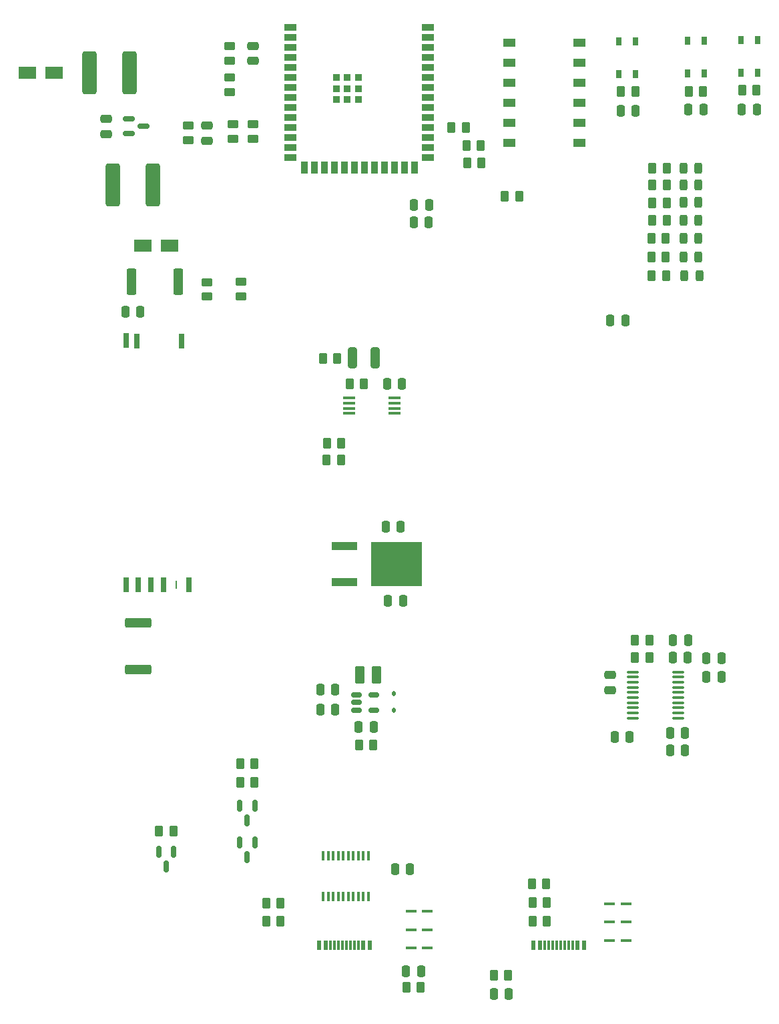
<source format=gbr>
%TF.GenerationSoftware,KiCad,Pcbnew,8.0.4*%
%TF.CreationDate,2025-02-20T16:09:48-05:00*%
%TF.ProjectId,Radiation2,52616469-6174-4696-9f6e-322e6b696361,rev?*%
%TF.SameCoordinates,Original*%
%TF.FileFunction,Paste,Top*%
%TF.FilePolarity,Positive*%
%FSLAX46Y46*%
G04 Gerber Fmt 4.6, Leading zero omitted, Abs format (unit mm)*
G04 Created by KiCad (PCBNEW 8.0.4) date 2025-02-20 16:09:48*
%MOMM*%
%LPD*%
G01*
G04 APERTURE LIST*
G04 Aperture macros list*
%AMRoundRect*
0 Rectangle with rounded corners*
0 $1 Rounding radius*
0 $2 $3 $4 $5 $6 $7 $8 $9 X,Y pos of 4 corners*
0 Add a 4 corners polygon primitive as box body*
4,1,4,$2,$3,$4,$5,$6,$7,$8,$9,$2,$3,0*
0 Add four circle primitives for the rounded corners*
1,1,$1+$1,$2,$3*
1,1,$1+$1,$4,$5*
1,1,$1+$1,$6,$7*
1,1,$1+$1,$8,$9*
0 Add four rect primitives between the rounded corners*
20,1,$1+$1,$2,$3,$4,$5,0*
20,1,$1+$1,$4,$5,$6,$7,0*
20,1,$1+$1,$6,$7,$8,$9,0*
20,1,$1+$1,$8,$9,$2,$3,0*%
G04 Aperture macros list end*
%ADD10R,1.358900X0.457200*%
%ADD11R,1.500000X0.449999*%
%ADD12R,3.302000X1.117600*%
%ADD13R,6.400800X5.689600*%
%ADD14RoundRect,0.250000X-0.312500X-1.075000X0.312500X-1.075000X0.312500X1.075000X-0.312500X1.075000X0*%
%ADD15RoundRect,0.250000X-0.262500X-0.450000X0.262500X-0.450000X0.262500X0.450000X-0.262500X0.450000X0*%
%ADD16RoundRect,0.250000X0.262500X0.450000X-0.262500X0.450000X-0.262500X-0.450000X0.262500X-0.450000X0*%
%ADD17RoundRect,0.250000X0.450000X-0.262500X0.450000X0.262500X-0.450000X0.262500X-0.450000X-0.262500X0*%
%ADD18RoundRect,0.250000X-0.250000X-0.475000X0.250000X-0.475000X0.250000X0.475000X-0.250000X0.475000X0*%
%ADD19RoundRect,0.250000X-0.475000X0.250000X-0.475000X-0.250000X0.475000X-0.250000X0.475000X0.250000X0*%
%ADD20R,0.760000X1.910000*%
%ADD21R,0.150000X1.000000*%
%ADD22R,0.400000X1.200000*%
%ADD23RoundRect,0.150000X-0.587500X-0.150000X0.587500X-0.150000X0.587500X0.150000X-0.587500X0.150000X0*%
%ADD24RoundRect,0.150000X-0.150000X0.587500X-0.150000X-0.587500X0.150000X-0.587500X0.150000X0.587500X0*%
%ADD25R,2.260000X1.510000*%
%ADD26RoundRect,0.243750X0.243750X0.456250X-0.243750X0.456250X-0.243750X-0.456250X0.243750X-0.456250X0*%
%ADD27RoundRect,0.250000X-0.650000X-2.450000X0.650000X-2.450000X0.650000X2.450000X-0.650000X2.450000X0*%
%ADD28RoundRect,0.250000X-1.425000X0.362500X-1.425000X-0.362500X1.425000X-0.362500X1.425000X0.362500X0*%
%ADD29RoundRect,0.250000X-0.450000X0.262500X-0.450000X-0.262500X0.450000X-0.262500X0.450000X0.262500X0*%
%ADD30RoundRect,0.250000X0.375000X0.850000X-0.375000X0.850000X-0.375000X-0.850000X0.375000X-0.850000X0*%
%ADD31RoundRect,0.250000X0.250000X0.475000X-0.250000X0.475000X-0.250000X-0.475000X0.250000X-0.475000X0*%
%ADD32RoundRect,0.100000X-0.637500X-0.100000X0.637500X-0.100000X0.637500X0.100000X-0.637500X0.100000X0*%
%ADD33R,0.600000X1.150000*%
%ADD34R,0.300000X1.150000*%
%ADD35RoundRect,0.250000X-0.362500X-1.425000X0.362500X-1.425000X0.362500X1.425000X-0.362500X1.425000X0*%
%ADD36R,0.650000X1.050000*%
%ADD37RoundRect,0.150000X-0.512500X-0.150000X0.512500X-0.150000X0.512500X0.150000X-0.512500X0.150000X0*%
%ADD38RoundRect,0.250000X0.475000X-0.250000X0.475000X0.250000X-0.475000X0.250000X-0.475000X-0.250000X0*%
%ADD39R,1.500000X1.100000*%
%ADD40R,1.500000X0.900000*%
%ADD41R,0.900000X1.500000*%
%ADD42R,0.900000X0.900000*%
%ADD43RoundRect,0.112500X0.112500X-0.187500X0.112500X0.187500X-0.112500X0.187500X-0.112500X-0.187500X0*%
G04 APERTURE END LIST*
D10*
%TO.C,D12*%
X93922350Y-179600000D03*
X91877650Y-179600000D03*
%TD*%
%TO.C,D11*%
X93922350Y-177300000D03*
X91877650Y-177300000D03*
%TD*%
%TO.C,D10*%
X93922350Y-174900000D03*
X91877650Y-174900000D03*
%TD*%
%TO.C,D7*%
X119122350Y-178600000D03*
X117077650Y-178600000D03*
%TD*%
%TO.C,D6*%
X119122350Y-174000000D03*
X117077650Y-174000000D03*
%TD*%
%TO.C,D5*%
X119122350Y-176300000D03*
X117077650Y-176300000D03*
%TD*%
D11*
%TO.C,U2*%
X84000016Y-109825001D03*
X84000016Y-110474999D03*
X84000016Y-111125001D03*
X84000016Y-111774999D03*
X89799984Y-111774999D03*
X89799984Y-111125001D03*
X89799984Y-110474999D03*
X89799984Y-109825001D03*
%TD*%
D12*
%TO.C,U1*%
X83446800Y-128614000D03*
D13*
X90000000Y-130900000D03*
D12*
X83446800Y-133186000D03*
%TD*%
D14*
%TO.C,R38*%
X87362500Y-104700000D03*
X84437500Y-104700000D03*
%TD*%
D15*
%TO.C,R41*%
X82512500Y-104800000D03*
X80687500Y-104800000D03*
%TD*%
%TO.C,R40*%
X81187500Y-117700000D03*
X83012500Y-117700000D03*
%TD*%
D16*
%TO.C,R39*%
X83025000Y-115600000D03*
X81200000Y-115600000D03*
%TD*%
D17*
%TO.C,R37*%
X63600000Y-77112500D03*
X63600000Y-75287500D03*
%TD*%
D18*
%TO.C,C30*%
X55650000Y-98900000D03*
X57550000Y-98900000D03*
%TD*%
%TO.C,C6*%
X88850000Y-108000000D03*
X90750000Y-108000000D03*
%TD*%
D19*
%TO.C,C5*%
X66000000Y-75262500D03*
X66000000Y-77162500D03*
%TD*%
D15*
%TO.C,R4*%
X84087500Y-108000000D03*
X85912500Y-108000000D03*
%TD*%
D16*
%TO.C,R29*%
X122112500Y-142725000D03*
X120287500Y-142725000D03*
%TD*%
D18*
%TO.C,C10*%
X92200000Y-87500000D03*
X94100000Y-87500000D03*
%TD*%
D20*
%TO.C,T1*%
X55712500Y-133505000D03*
X57312500Y-133505000D03*
X58912500Y-133505000D03*
X60512500Y-133505000D03*
D21*
X62082500Y-133505000D03*
D20*
X63712500Y-133505000D03*
X62742500Y-102575000D03*
X57142500Y-102575000D03*
X55712500Y-102535000D03*
%TD*%
D16*
%TO.C,R25*%
X100812500Y-80000000D03*
X98987500Y-80000000D03*
%TD*%
%TO.C,R32*%
X135712500Y-70800000D03*
X133887500Y-70800000D03*
%TD*%
D22*
%TO.C,U5*%
X86447500Y-167857500D03*
X85812500Y-167857500D03*
X85177500Y-167857500D03*
X84542500Y-167857500D03*
X83907500Y-167857500D03*
X83272500Y-167857500D03*
X82637500Y-167857500D03*
X82002500Y-167857500D03*
X81367500Y-167857500D03*
X80732500Y-167857500D03*
X80732500Y-173057500D03*
X81367500Y-173057500D03*
X82002500Y-173057500D03*
X82637500Y-173057500D03*
X83272500Y-173057500D03*
X83907500Y-173057500D03*
X84542500Y-173057500D03*
X85177500Y-173057500D03*
X85812500Y-173057500D03*
X86447500Y-173057500D03*
%TD*%
D23*
%TO.C,Q1*%
X56100000Y-74400000D03*
X56100000Y-76300000D03*
X57975000Y-75350000D03*
%TD*%
D16*
%TO.C,R14*%
X104212500Y-183000000D03*
X102387500Y-183000000D03*
%TD*%
D24*
%TO.C,Q2*%
X72050000Y-166162500D03*
X70150000Y-166162500D03*
X71100000Y-168037500D03*
%TD*%
D15*
%TO.C,R17*%
X122375000Y-91900000D03*
X124200000Y-91900000D03*
%TD*%
D16*
%TO.C,R30*%
X122112500Y-140525000D03*
X120287500Y-140525000D03*
%TD*%
%TO.C,R33*%
X128912500Y-70900000D03*
X127087500Y-70900000D03*
%TD*%
D25*
%TO.C,D15*%
X43230000Y-68600000D03*
X46570000Y-68600000D03*
%TD*%
D18*
%TO.C,C2*%
X88648100Y-126100000D03*
X90548100Y-126100000D03*
%TD*%
D16*
%TO.C,R21*%
X75335000Y-173900000D03*
X73510000Y-173900000D03*
%TD*%
D26*
%TO.C,D16*%
X128337500Y-85000000D03*
X126462500Y-85000000D03*
%TD*%
D16*
%TO.C,R26*%
X100712500Y-77800000D03*
X98887500Y-77800000D03*
%TD*%
%TO.C,R18*%
X75335000Y-176200000D03*
X73510000Y-176200000D03*
%TD*%
D18*
%TO.C,C14*%
X125112500Y-140525000D03*
X127012500Y-140525000D03*
%TD*%
%TO.C,C7*%
X80350000Y-146790000D03*
X82250000Y-146790000D03*
%TD*%
%TO.C,C19*%
X124712500Y-154525000D03*
X126612500Y-154525000D03*
%TD*%
D16*
%TO.C,R34*%
X120312500Y-70971500D03*
X118487500Y-70971500D03*
%TD*%
D27*
%TO.C,C1*%
X54050000Y-82800000D03*
X59150000Y-82800000D03*
%TD*%
D16*
%TO.C,R6*%
X124300000Y-87300000D03*
X122475000Y-87300000D03*
%TD*%
D18*
%TO.C,C22*%
X127050000Y-73200000D03*
X128950000Y-73200000D03*
%TD*%
%TO.C,C18*%
X124712500Y-152325000D03*
X126612500Y-152325000D03*
%TD*%
D27*
%TO.C,C29*%
X51050000Y-68600000D03*
X56150000Y-68600000D03*
%TD*%
D28*
%TO.C,R35*%
X57300000Y-138337500D03*
X57300000Y-144262500D03*
%TD*%
D16*
%TO.C,R28*%
X61762500Y-164737500D03*
X59937500Y-164737500D03*
%TD*%
D29*
%TO.C,R11*%
X69300000Y-75087500D03*
X69300000Y-76912500D03*
%TD*%
D15*
%TO.C,R15*%
X107287500Y-173800000D03*
X109112500Y-173800000D03*
%TD*%
D30*
%TO.C,L1*%
X87500000Y-144900000D03*
X85350000Y-144900000D03*
%TD*%
D16*
%TO.C,R23*%
X124300000Y-80700000D03*
X122475000Y-80700000D03*
%TD*%
D18*
%TO.C,C25*%
X89850000Y-169600000D03*
X91750000Y-169600000D03*
%TD*%
%TO.C,C9*%
X92250000Y-85300000D03*
X94150000Y-85300000D03*
%TD*%
D15*
%TO.C,R19*%
X122375000Y-89600000D03*
X124200000Y-89600000D03*
%TD*%
D16*
%TO.C,R7*%
X87112500Y-153800000D03*
X85287500Y-153800000D03*
%TD*%
%TO.C,R27*%
X98812500Y-75500000D03*
X96987500Y-75500000D03*
%TD*%
D31*
%TO.C,C26*%
X119600000Y-152800000D03*
X117700000Y-152800000D03*
%TD*%
D32*
%TO.C,U6*%
X120037500Y-144575000D03*
X120037500Y-145225000D03*
X120037500Y-145875000D03*
X120037500Y-146525000D03*
X120037500Y-147175000D03*
X120037500Y-147825000D03*
X120037500Y-148475000D03*
X120037500Y-149125000D03*
X120037500Y-149775000D03*
X120037500Y-150425000D03*
X125762500Y-150425000D03*
X125762500Y-149775000D03*
X125762500Y-149125000D03*
X125762500Y-148475000D03*
X125762500Y-147825000D03*
X125762500Y-147175000D03*
X125762500Y-146525000D03*
X125762500Y-145875000D03*
X125762500Y-145225000D03*
X125762500Y-144575000D03*
%TD*%
D26*
%TO.C,D2*%
X128325000Y-87300000D03*
X126450000Y-87300000D03*
%TD*%
D15*
%TO.C,R22*%
X91287500Y-184600000D03*
X93112500Y-184600000D03*
%TD*%
D29*
%TO.C,R13*%
X68900000Y-65187500D03*
X68900000Y-67012500D03*
%TD*%
D19*
%TO.C,C13*%
X117100000Y-144950000D03*
X117100000Y-146850000D03*
%TD*%
D16*
%TO.C,R12*%
X109112500Y-176200000D03*
X107287500Y-176200000D03*
%TD*%
D33*
%TO.C,J2*%
X80222500Y-179245000D03*
X81022500Y-179245000D03*
D34*
X82172500Y-179245000D03*
X83172500Y-179245000D03*
X83672500Y-179245000D03*
X84672500Y-179245000D03*
D33*
X86622500Y-179245000D03*
X85822500Y-179245000D03*
D34*
X85172500Y-179245000D03*
X84172500Y-179245000D03*
X82672500Y-179245000D03*
X81672500Y-179245000D03*
%TD*%
D25*
%TO.C,D1*%
X61232500Y-90500000D03*
X57892500Y-90500000D03*
%TD*%
D15*
%TO.C,R5*%
X103775000Y-84200000D03*
X105600000Y-84200000D03*
%TD*%
D16*
%TO.C,R20*%
X72037500Y-156200000D03*
X70212500Y-156200000D03*
%TD*%
D35*
%TO.C,R3*%
X56437500Y-95100000D03*
X62362500Y-95100000D03*
%TD*%
D36*
%TO.C,S1*%
X135875000Y-64425000D03*
X135875000Y-68575000D03*
X133725000Y-64425000D03*
X133725000Y-68575000D03*
%TD*%
D16*
%TO.C,R36*%
X124325000Y-85100000D03*
X122500000Y-85100000D03*
%TD*%
D18*
%TO.C,C15*%
X125062500Y-142725000D03*
X126962500Y-142725000D03*
%TD*%
%TO.C,C21*%
X117150000Y-100000000D03*
X119050000Y-100000000D03*
%TD*%
D36*
%TO.C,S3*%
X120375000Y-64596500D03*
X120375000Y-68746500D03*
X118225000Y-64596500D03*
X118225000Y-68746500D03*
%TD*%
D18*
%TO.C,C17*%
X129350000Y-145200000D03*
X131250000Y-145200000D03*
%TD*%
D16*
%TO.C,R24*%
X124300000Y-82800000D03*
X122475000Y-82800000D03*
%TD*%
D36*
%TO.C,S2*%
X129075000Y-64525000D03*
X129075000Y-68675000D03*
X126925000Y-64525000D03*
X126925000Y-68675000D03*
%TD*%
D37*
%TO.C,U3*%
X84925000Y-147500000D03*
X84925000Y-148450000D03*
X84925000Y-149400000D03*
X87200000Y-149400000D03*
X87200000Y-147500000D03*
%TD*%
D18*
%TO.C,C23*%
X118450000Y-73400000D03*
X120350000Y-73400000D03*
%TD*%
D29*
%TO.C,R10*%
X71800000Y-75100000D03*
X71800000Y-76925000D03*
%TD*%
D18*
%TO.C,C8*%
X80350000Y-149300000D03*
X82250000Y-149300000D03*
%TD*%
D26*
%TO.C,D14*%
X128325000Y-82800000D03*
X126450000Y-82800000D03*
%TD*%
%TO.C,D9*%
X128325000Y-89600000D03*
X126450000Y-89600000D03*
%TD*%
D38*
%TO.C,C28*%
X53200000Y-76350000D03*
X53200000Y-74450000D03*
%TD*%
D18*
%TO.C,C3*%
X88948100Y-135500000D03*
X90848100Y-135500000D03*
%TD*%
D33*
%TO.C,J1*%
X107400000Y-179245000D03*
X108200000Y-179245000D03*
D34*
X109350000Y-179245000D03*
X110350000Y-179245000D03*
X110850000Y-179245000D03*
X111850000Y-179245000D03*
D33*
X113800000Y-179245000D03*
X113000000Y-179245000D03*
D34*
X112350000Y-179245000D03*
X111350000Y-179245000D03*
X109850000Y-179245000D03*
X108850000Y-179245000D03*
%TD*%
D24*
%TO.C,Q3*%
X72050000Y-161562500D03*
X70150000Y-161562500D03*
X71100000Y-163437500D03*
%TD*%
D39*
%TO.C,S4*%
X113250000Y-77450000D03*
X104350000Y-77450000D03*
X113250000Y-74910000D03*
X104350000Y-74910000D03*
X113250000Y-72370000D03*
X104350000Y-72370000D03*
X113250000Y-69830000D03*
X104350000Y-69830000D03*
X113250000Y-67290000D03*
X104350000Y-67290000D03*
X113250000Y-64750000D03*
X104350000Y-64750000D03*
%TD*%
D18*
%TO.C,C16*%
X129350000Y-142800000D03*
X131250000Y-142800000D03*
%TD*%
D15*
%TO.C,R31*%
X107200000Y-171400000D03*
X109025000Y-171400000D03*
%TD*%
D29*
%TO.C,R9*%
X68900000Y-69187500D03*
X68900000Y-71012500D03*
%TD*%
D16*
%TO.C,R8*%
X124212500Y-94300000D03*
X122387500Y-94300000D03*
%TD*%
D38*
%TO.C,C24*%
X71800000Y-67050000D03*
X71800000Y-65150000D03*
%TD*%
D26*
%TO.C,D13*%
X128325000Y-80700000D03*
X126450000Y-80700000D03*
%TD*%
%TO.C,D4*%
X128437500Y-94300000D03*
X126562500Y-94300000D03*
%TD*%
D24*
%TO.C,Q4*%
X61800000Y-167400000D03*
X59900000Y-167400000D03*
X60850000Y-169275000D03*
%TD*%
D29*
%TO.C,R2*%
X66000000Y-95137500D03*
X66000000Y-96962500D03*
%TD*%
D26*
%TO.C,D8*%
X128325000Y-91900000D03*
X126450000Y-91900000D03*
%TD*%
D40*
%TO.C,U4*%
X76550000Y-62850000D03*
X76550000Y-64120000D03*
X76550000Y-65390000D03*
X76550000Y-66660000D03*
X76550000Y-67930000D03*
X76550000Y-69200000D03*
X76550000Y-70470000D03*
X76550000Y-71740000D03*
X76550000Y-73010000D03*
X76550000Y-74280000D03*
X76550000Y-75550000D03*
X76550000Y-76820000D03*
X76550000Y-78090000D03*
X76550000Y-79360000D03*
D41*
X78315000Y-80610000D03*
X79585000Y-80610000D03*
X80855000Y-80610000D03*
X82125000Y-80610000D03*
X83395000Y-80610000D03*
X84665000Y-80610000D03*
X85935000Y-80610000D03*
X87205000Y-80610000D03*
X88475000Y-80610000D03*
X89745000Y-80610000D03*
X91015000Y-80610000D03*
X92285000Y-80610000D03*
D40*
X94050000Y-79360000D03*
X94050000Y-78090000D03*
X94050000Y-76820000D03*
X94050000Y-75550000D03*
X94050000Y-74280000D03*
X94050000Y-73010000D03*
X94050000Y-71740000D03*
X94050000Y-70470000D03*
X94050000Y-69200000D03*
X94050000Y-67930000D03*
X94050000Y-66660000D03*
X94050000Y-65390000D03*
X94050000Y-64120000D03*
X94050000Y-62850000D03*
D42*
X83800000Y-70570000D03*
X83800000Y-69170000D03*
X82400000Y-69170000D03*
X82400000Y-70570000D03*
X82400000Y-71970000D03*
X83800000Y-71970000D03*
X85200000Y-71970000D03*
X85200000Y-70570000D03*
X85200000Y-69170000D03*
%TD*%
D29*
%TO.C,R1*%
X70300000Y-95075000D03*
X70300000Y-96900000D03*
%TD*%
D16*
%TO.C,R16*%
X72037500Y-158600000D03*
X70212500Y-158600000D03*
%TD*%
D18*
%TO.C,C20*%
X133850000Y-73200000D03*
X135750000Y-73200000D03*
%TD*%
%TO.C,C12*%
X91250000Y-182500000D03*
X93150000Y-182500000D03*
%TD*%
D31*
%TO.C,C4*%
X87150000Y-151500000D03*
X85250000Y-151500000D03*
%TD*%
D18*
%TO.C,C11*%
X102362500Y-185400000D03*
X104262500Y-185400000D03*
%TD*%
D43*
%TO.C,D3*%
X89700000Y-149450000D03*
X89700000Y-147350000D03*
%TD*%
M02*

</source>
